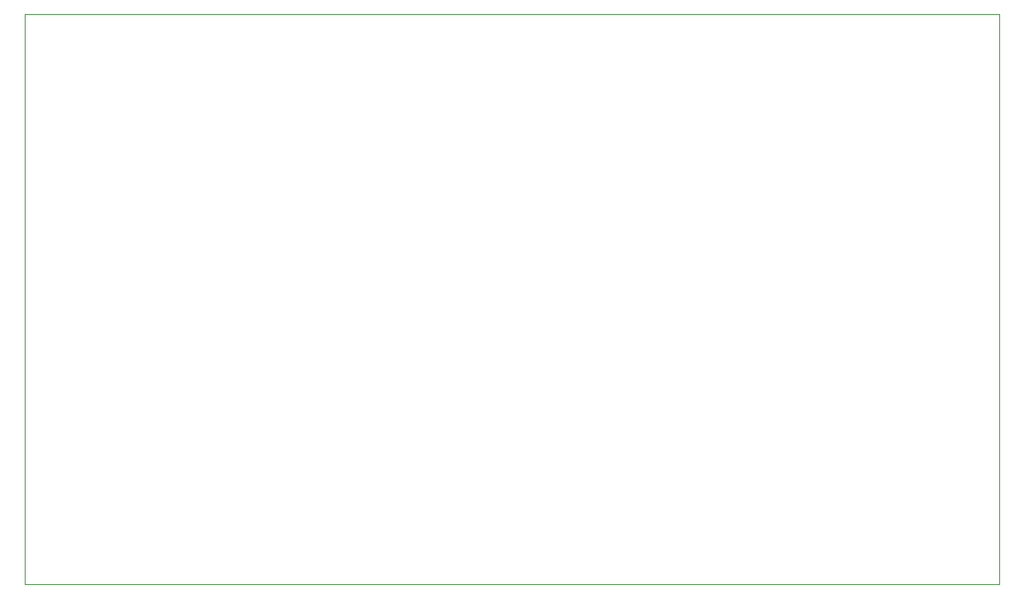
<source format=gbr>
%TF.GenerationSoftware,KiCad,Pcbnew,9.0.1*%
%TF.CreationDate,2025-08-22T15:06:58-04:00*%
%TF.ProjectId,Design_V1.0,44657369-676e-45f5-9631-2e302e6b6963,rev?*%
%TF.SameCoordinates,Original*%
%TF.FileFunction,Profile,NP*%
%FSLAX46Y46*%
G04 Gerber Fmt 4.6, Leading zero omitted, Abs format (unit mm)*
G04 Created by KiCad (PCBNEW 9.0.1) date 2025-08-22 15:06:58*
%MOMM*%
%LPD*%
G01*
G04 APERTURE LIST*
%TA.AperFunction,Profile*%
%ADD10C,0.050000*%
%TD*%
G04 APERTURE END LIST*
D10*
X38500000Y-30750000D02*
X138500000Y-30750000D01*
X138500000Y-89250000D01*
X38500000Y-89250000D01*
X38500000Y-30750000D01*
M02*

</source>
